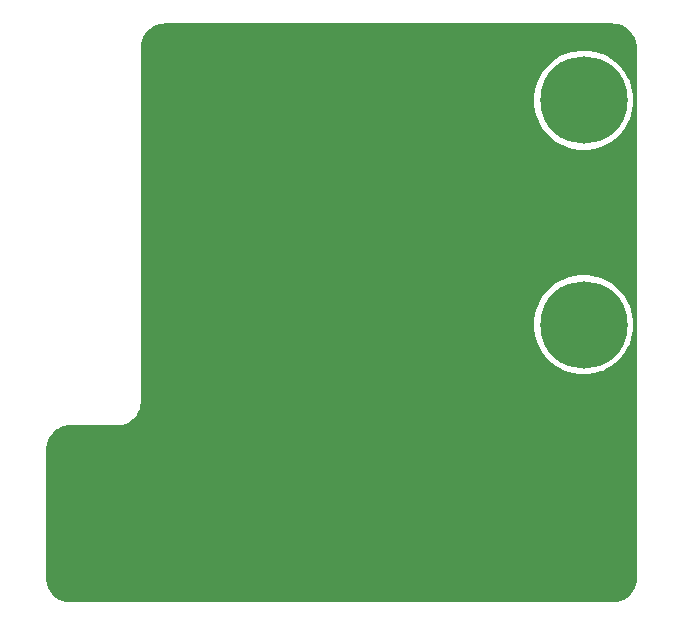
<source format=gbr>
%TF.GenerationSoftware,KiCad,Pcbnew,7.0.8-7.0.8~ubuntu22.04.1*%
%TF.CreationDate,2023-10-20T20:05:54+03:00*%
%TF.ProjectId,lisn,6c69736e-2e6b-4696-9361-645f70636258,rev?*%
%TF.SameCoordinates,PXa6e49c0PY6dac2c0*%
%TF.FileFunction,Copper,L2,Bot*%
%TF.FilePolarity,Positive*%
%FSLAX46Y46*%
G04 Gerber Fmt 4.6, Leading zero omitted, Abs format (unit mm)*
G04 Created by KiCad (PCBNEW 7.0.8-7.0.8~ubuntu22.04.1) date 2023-10-20 20:05:54*
%MOMM*%
%LPD*%
G01*
G04 APERTURE LIST*
%TA.AperFunction,ComponentPad*%
%ADD10C,6.400000*%
%TD*%
%TA.AperFunction,ComponentPad*%
%ADD11C,7.400000*%
%TD*%
%TA.AperFunction,SMDPad,CuDef*%
%ADD12R,5.080000X1.500000*%
%TD*%
G04 APERTURE END LIST*
D10*
%TO.P,J4,1,Pin_1*%
%TO.N,GND*%
X-29500000Y4500000D03*
%TD*%
%TO.P,J3,1,Pin_1*%
%TO.N,GND*%
X-29500000Y44500000D03*
%TD*%
D11*
%TO.P,J6,1,Pin_1*%
%TO.N,/OUT_M*%
X-4500000Y42500000D03*
%TD*%
%TO.P,J5,1,Pin_1*%
%TO.N,/OUT_P*%
X-4500000Y23500000D03*
%TD*%
D12*
%TO.P,J7,2,Ext*%
%TO.N,GND*%
X-47137500Y11750000D03*
X-47137500Y3250000D03*
%TD*%
%TA.AperFunction,Conductor*%
%TO.N,GND*%
G36*
X-1997981Y48999367D02*
G01*
X-1962802Y48997062D01*
X-1916292Y48994014D01*
X-1734541Y48981015D01*
X-1726900Y48979985D01*
X-1633262Y48961359D01*
X-1610580Y48956847D01*
X-1584977Y48951278D01*
X-1466334Y48925469D01*
X-1459617Y48923605D01*
X-1340563Y48883191D01*
X-1243329Y48846924D01*
X-1208259Y48833843D01*
X-1202501Y48831357D01*
X-1087048Y48774422D01*
X-965094Y48707830D01*
X-960366Y48704968D01*
X-903429Y48666924D01*
X-853351Y48633463D01*
X-850642Y48631546D01*
X-741348Y48549729D01*
X-737655Y48546735D01*
X-640498Y48461531D01*
X-637552Y48458772D01*
X-541231Y48362451D01*
X-538474Y48359508D01*
X-453271Y48262352D01*
X-450268Y48258647D01*
X-398436Y48189408D01*
X-368457Y48149361D01*
X-366539Y48146651D01*
X-295038Y48039643D01*
X-292172Y48034909D01*
X-225579Y47912953D01*
X-168645Y47797501D01*
X-166159Y47791743D01*
X-129788Y47694232D01*
X-116804Y47659422D01*
X-111711Y47644419D01*
X-76403Y47540404D01*
X-74528Y47533648D01*
X-43154Y47389421D01*
X-20020Y47273120D01*
X-18985Y47265440D01*
X-5983Y47083650D01*
X-633Y47002034D01*
X-500Y46997977D01*
X-500Y2002025D01*
X-633Y1997968D01*
X-5983Y1916352D01*
X-18985Y1734562D01*
X-20020Y1726882D01*
X-43154Y1610580D01*
X-74528Y1466354D01*
X-76403Y1459599D01*
X-110703Y1358552D01*
X-116792Y1340612D01*
X-116805Y1340575D01*
X-166159Y1208259D01*
X-168645Y1202501D01*
X-225579Y1087048D01*
X-292172Y965093D01*
X-295039Y960359D01*
X-366539Y853351D01*
X-368457Y850641D01*
X-450256Y741369D01*
X-453277Y737643D01*
X-538471Y640498D01*
X-541245Y637536D01*
X-637536Y541245D01*
X-640498Y538471D01*
X-737643Y453277D01*
X-741369Y450256D01*
X-850641Y368457D01*
X-853351Y366539D01*
X-960359Y295039D01*
X-965093Y292172D01*
X-1087048Y225579D01*
X-1202501Y168645D01*
X-1208259Y166159D01*
X-1329044Y121107D01*
X-1340582Y116803D01*
X-1459599Y76403D01*
X-1466354Y74528D01*
X-1610580Y43154D01*
X-1726882Y20020D01*
X-1734562Y18985D01*
X-1916352Y5983D01*
X-1967418Y2636D01*
X-1997975Y633D01*
X-2002024Y500D01*
X-47997976Y500D01*
X-48002026Y633D01*
X-48040046Y3125D01*
X-48083650Y5983D01*
X-48265440Y18985D01*
X-48273120Y20020D01*
X-48389421Y43154D01*
X-48533648Y74528D01*
X-48540404Y76403D01*
X-48572119Y87169D01*
X-48659422Y116804D01*
X-48694232Y129788D01*
X-48791743Y166159D01*
X-48797501Y168645D01*
X-48912953Y225579D01*
X-49034909Y292172D01*
X-49039643Y295038D01*
X-49146651Y366539D01*
X-49149361Y368457D01*
X-49189408Y398436D01*
X-49258647Y450268D01*
X-49262352Y453271D01*
X-49359508Y538474D01*
X-49362451Y541231D01*
X-49458772Y637552D01*
X-49461531Y640498D01*
X-49494550Y678149D01*
X-49546735Y737655D01*
X-49549729Y741348D01*
X-49631546Y850642D01*
X-49633463Y853351D01*
X-49704964Y960359D01*
X-49707830Y965094D01*
X-49774422Y1087048D01*
X-49831357Y1202501D01*
X-49833843Y1208259D01*
X-49846924Y1243329D01*
X-49883195Y1340575D01*
X-49923605Y1459617D01*
X-49925469Y1466334D01*
X-49956847Y1610580D01*
X-49961359Y1633262D01*
X-49979985Y1726900D01*
X-49981015Y1734541D01*
X-49994014Y1916292D01*
X-49997062Y1962802D01*
X-49999367Y1997981D01*
X-49999500Y2002036D01*
X-49999500Y12997965D01*
X-49999367Y13002020D01*
X-49997607Y13028897D01*
X-49994011Y13083756D01*
X-49981014Y13265464D01*
X-49979986Y13273097D01*
X-49956847Y13389421D01*
X-49955882Y13393859D01*
X-49925467Y13533677D01*
X-49923608Y13540375D01*
X-49883185Y13659457D01*
X-49833841Y13791749D01*
X-49831367Y13797480D01*
X-49774417Y13912964D01*
X-49707821Y14034924D01*
X-49704981Y14039616D01*
X-49633437Y14146689D01*
X-49631572Y14149324D01*
X-49549709Y14258679D01*
X-49546756Y14262322D01*
X-49461497Y14359541D01*
X-49458802Y14362419D01*
X-49362419Y14458802D01*
X-49359541Y14461497D01*
X-49262322Y14546756D01*
X-49258679Y14549709D01*
X-49149324Y14631572D01*
X-49146689Y14633437D01*
X-49039616Y14704981D01*
X-49034924Y14707821D01*
X-48912964Y14774417D01*
X-48797480Y14831367D01*
X-48791749Y14833841D01*
X-48659457Y14883185D01*
X-48540375Y14923608D01*
X-48533677Y14925467D01*
X-48389421Y14956847D01*
X-48383272Y14958071D01*
X-48273097Y14979986D01*
X-48265464Y14981014D01*
X-48083756Y14994011D01*
X-48030789Y14997483D01*
X-48002019Y14999367D01*
X-47997964Y14999500D01*
X-43868887Y14999500D01*
X-43868880Y14999500D01*
X-43608884Y15033730D01*
X-43355581Y15101602D01*
X-43113303Y15201957D01*
X-42886197Y15333076D01*
X-42678149Y15492718D01*
X-42678145Y15492723D01*
X-42678140Y15492726D01*
X-42492726Y15678140D01*
X-42492723Y15678145D01*
X-42492718Y15678149D01*
X-42333076Y15886197D01*
X-42201957Y16113303D01*
X-42101602Y16355581D01*
X-42033730Y16608884D01*
X-41999500Y16868880D01*
X-41999500Y17000000D01*
X-41999500Y17000500D01*
X-41999500Y23500000D01*
X-8705566Y23500000D01*
X-8685315Y23087782D01*
X-8685315Y23087777D01*
X-8685314Y23087773D01*
X-8624756Y22679529D01*
X-8524473Y22279179D01*
X-8385445Y21890621D01*
X-8385438Y21890605D01*
X-8385436Y21890600D01*
X-8208978Y21517510D01*
X-8208976Y21517507D01*
X-7996802Y21163516D01*
X-7750942Y20832012D01*
X-7473785Y20526216D01*
X-7167989Y20249059D01*
X-7167983Y20249054D01*
X-6836487Y20003200D01*
X-6482490Y19791022D01*
X-6109400Y19614564D01*
X-6109391Y19614561D01*
X-6109380Y19614556D01*
X-5748262Y19485346D01*
X-5720811Y19475524D01*
X-5320465Y19375243D01*
X-4912218Y19314685D01*
X-4500000Y19294434D01*
X-4087782Y19314685D01*
X-3679535Y19375243D01*
X-3279189Y19475524D01*
X-3098620Y19540134D01*
X-2890621Y19614556D01*
X-2890615Y19614559D01*
X-2890600Y19614564D01*
X-2517510Y19791022D01*
X-2163513Y20003200D01*
X-1832017Y20249054D01*
X-1526216Y20526216D01*
X-1249054Y20832017D01*
X-1003200Y21163513D01*
X-791022Y21517510D01*
X-614564Y21890600D01*
X-475524Y22279189D01*
X-375243Y22679535D01*
X-314685Y23087782D01*
X-294434Y23500000D01*
X-314685Y23912218D01*
X-375243Y24320465D01*
X-475524Y24720811D01*
X-485346Y24748262D01*
X-614556Y25109380D01*
X-614563Y25109396D01*
X-614564Y25109400D01*
X-791022Y25482490D01*
X-1003200Y25836487D01*
X-1249054Y26167983D01*
X-1249059Y26167989D01*
X-1526216Y26473785D01*
X-1832012Y26750942D01*
X-2163516Y26996802D01*
X-2517507Y27208976D01*
X-2517506Y27208976D01*
X-2517510Y27208978D01*
X-2890600Y27385436D01*
X-2890604Y27385438D01*
X-2890605Y27385438D01*
X-2890621Y27385445D01*
X-3279179Y27524473D01*
X-3279185Y27524475D01*
X-3279189Y27524476D01*
X-3477795Y27574224D01*
X-3679529Y27624756D01*
X-3679534Y27624757D01*
X-3679535Y27624757D01*
X-3780423Y27639723D01*
X-4087773Y27685314D01*
X-4087777Y27685315D01*
X-4087782Y27685315D01*
X-4500000Y27705566D01*
X-4912218Y27685315D01*
X-4912224Y27685315D01*
X-4912228Y27685314D01*
X-5320472Y27624756D01*
X-5622684Y27549056D01*
X-5720811Y27524476D01*
X-5720814Y27524476D01*
X-5720822Y27524473D01*
X-6109380Y27385445D01*
X-6109396Y27385438D01*
X-6482494Y27208976D01*
X-6836485Y26996802D01*
X-7167989Y26750942D01*
X-7473785Y26473785D01*
X-7750942Y26167989D01*
X-7996802Y25836485D01*
X-8208976Y25482494D01*
X-8385438Y25109396D01*
X-8385445Y25109380D01*
X-8524473Y24720822D01*
X-8624756Y24320472D01*
X-8624757Y24320465D01*
X-8685315Y23912218D01*
X-8705566Y23500000D01*
X-41999500Y23500000D01*
X-41999500Y42500000D01*
X-8705566Y42500000D01*
X-8685315Y42087782D01*
X-8685315Y42087777D01*
X-8685314Y42087773D01*
X-8624756Y41679529D01*
X-8524473Y41279179D01*
X-8385445Y40890621D01*
X-8385438Y40890605D01*
X-8385436Y40890600D01*
X-8208978Y40517510D01*
X-8208976Y40517507D01*
X-7996802Y40163516D01*
X-7750942Y39832012D01*
X-7473785Y39526216D01*
X-7167989Y39249059D01*
X-7167983Y39249054D01*
X-6836487Y39003200D01*
X-6482490Y38791022D01*
X-6109400Y38614564D01*
X-6109391Y38614561D01*
X-6109380Y38614556D01*
X-5748262Y38485346D01*
X-5720811Y38475524D01*
X-5320465Y38375243D01*
X-4912218Y38314685D01*
X-4500000Y38294434D01*
X-4087782Y38314685D01*
X-3679535Y38375243D01*
X-3279189Y38475524D01*
X-3098620Y38540134D01*
X-2890621Y38614556D01*
X-2890615Y38614559D01*
X-2890600Y38614564D01*
X-2517510Y38791022D01*
X-2163513Y39003200D01*
X-1832017Y39249054D01*
X-1526216Y39526216D01*
X-1249054Y39832017D01*
X-1003200Y40163513D01*
X-791022Y40517510D01*
X-614564Y40890600D01*
X-475524Y41279189D01*
X-375243Y41679535D01*
X-314685Y42087782D01*
X-294434Y42500000D01*
X-314685Y42912218D01*
X-375243Y43320465D01*
X-475524Y43720811D01*
X-485346Y43748262D01*
X-614556Y44109380D01*
X-614563Y44109396D01*
X-614564Y44109400D01*
X-791022Y44482490D01*
X-1003200Y44836487D01*
X-1249054Y45167983D01*
X-1249059Y45167989D01*
X-1526216Y45473785D01*
X-1832012Y45750942D01*
X-2163516Y45996802D01*
X-2517507Y46208976D01*
X-2517506Y46208976D01*
X-2517510Y46208978D01*
X-2890600Y46385436D01*
X-2890604Y46385438D01*
X-2890605Y46385438D01*
X-2890621Y46385445D01*
X-3279179Y46524473D01*
X-3279185Y46524475D01*
X-3279189Y46524476D01*
X-3477795Y46574224D01*
X-3679529Y46624756D01*
X-3679534Y46624757D01*
X-3679535Y46624757D01*
X-3780423Y46639723D01*
X-4087773Y46685314D01*
X-4087777Y46685315D01*
X-4087782Y46685315D01*
X-4500000Y46705566D01*
X-4912218Y46685315D01*
X-4912224Y46685315D01*
X-4912228Y46685314D01*
X-5320472Y46624756D01*
X-5622684Y46549056D01*
X-5720811Y46524476D01*
X-5720814Y46524476D01*
X-5720822Y46524473D01*
X-6109380Y46385445D01*
X-6109396Y46385438D01*
X-6482494Y46208976D01*
X-6836485Y45996802D01*
X-7167989Y45750942D01*
X-7473785Y45473785D01*
X-7750942Y45167989D01*
X-7996802Y44836485D01*
X-8208976Y44482494D01*
X-8385438Y44109396D01*
X-8385445Y44109380D01*
X-8524473Y43720822D01*
X-8624756Y43320472D01*
X-8624757Y43320465D01*
X-8685315Y42912218D01*
X-8705566Y42500000D01*
X-41999500Y42500000D01*
X-41999500Y46997977D01*
X-41999367Y47002020D01*
X-41997607Y47028897D01*
X-41994011Y47083756D01*
X-41981014Y47265464D01*
X-41979986Y47273097D01*
X-41956847Y47389421D01*
X-41955882Y47393859D01*
X-41925467Y47533677D01*
X-41923608Y47540375D01*
X-41883185Y47659457D01*
X-41833841Y47791749D01*
X-41831367Y47797480D01*
X-41774417Y47912964D01*
X-41707821Y48034924D01*
X-41704981Y48039616D01*
X-41633437Y48146689D01*
X-41631572Y48149324D01*
X-41549709Y48258679D01*
X-41546756Y48262322D01*
X-41461497Y48359541D01*
X-41458802Y48362419D01*
X-41362419Y48458802D01*
X-41359541Y48461497D01*
X-41262322Y48546756D01*
X-41258679Y48549709D01*
X-41149324Y48631572D01*
X-41146689Y48633437D01*
X-41039616Y48704981D01*
X-41034924Y48707821D01*
X-40912964Y48774417D01*
X-40797480Y48831367D01*
X-40791749Y48833841D01*
X-40659457Y48883185D01*
X-40540375Y48923608D01*
X-40533677Y48925467D01*
X-40389421Y48956847D01*
X-40383272Y48958071D01*
X-40273097Y48979986D01*
X-40265464Y48981014D01*
X-40083756Y48994011D01*
X-40030789Y48997483D01*
X-40002019Y48999367D01*
X-39997964Y48999500D01*
X-2002036Y48999500D01*
X-1997981Y48999367D01*
G37*
%TD.AperFunction*%
%TD*%
M02*

</source>
